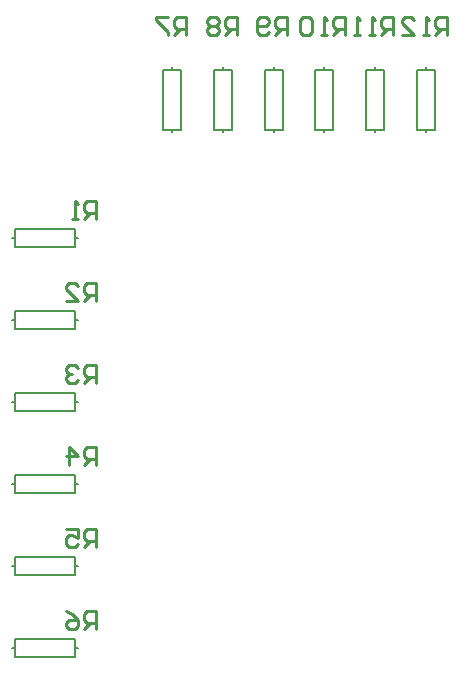
<source format=gbo>
G04 Layer_Color=32896*
%FSLAX44Y44*%
%MOMM*%
G71*
G01*
G75*
%ADD10C,0.2540*%
%ADD18C,0.2000*%
D10*
X762508Y932561D02*
Y947796D01*
X754891D01*
X752351Y945257D01*
Y940179D01*
X754891Y937639D01*
X762508D01*
X757430D02*
X752351Y932561D01*
X747273D02*
X742195D01*
X744734D01*
Y947796D01*
X747273Y945257D01*
X762508Y863219D02*
Y878454D01*
X754891D01*
X752351Y875915D01*
Y870836D01*
X754891Y868297D01*
X762508D01*
X757430D02*
X752351Y863219D01*
X737116D02*
X747273D01*
X737116Y873376D01*
Y875915D01*
X739655Y878454D01*
X744734D01*
X747273Y875915D01*
X762508Y793877D02*
Y809112D01*
X754891D01*
X752351Y806573D01*
Y801495D01*
X754891Y798955D01*
X762508D01*
X757430D02*
X752351Y793877D01*
X747273Y806573D02*
X744734Y809112D01*
X739655D01*
X737116Y806573D01*
Y804034D01*
X739655Y801495D01*
X742195D01*
X739655D01*
X737116Y798955D01*
Y796416D01*
X739655Y793877D01*
X744734D01*
X747273Y796416D01*
X762508Y724535D02*
Y739770D01*
X754891D01*
X752351Y737231D01*
Y732152D01*
X754891Y729613D01*
X762508D01*
X757430D02*
X752351Y724535D01*
X739655D02*
Y739770D01*
X747273Y732152D01*
X737116D01*
X762508Y655193D02*
Y670428D01*
X754891D01*
X752351Y667889D01*
Y662811D01*
X754891Y660271D01*
X762508D01*
X757430D02*
X752351Y655193D01*
X737116Y670428D02*
X747273D01*
Y662811D01*
X742195Y665350D01*
X739655D01*
X737116Y662811D01*
Y657732D01*
X739655Y655193D01*
X744734D01*
X747273Y657732D01*
X762508Y585851D02*
Y601086D01*
X754891D01*
X752351Y598547D01*
Y593469D01*
X754891Y590929D01*
X762508D01*
X757430D02*
X752351Y585851D01*
X737116Y601086D02*
X742195Y598547D01*
X747273Y593469D01*
Y588390D01*
X744734Y585851D01*
X739655D01*
X737116Y588390D01*
Y590929D01*
X739655Y593469D01*
X747273D01*
X838200Y1088390D02*
Y1103625D01*
X830583D01*
X828043Y1101086D01*
Y1096008D01*
X830583Y1093468D01*
X838200D01*
X833122D02*
X828043Y1088390D01*
X822965Y1103625D02*
X812808D01*
Y1101086D01*
X822965Y1090929D01*
Y1088390D01*
X881126D02*
Y1103625D01*
X873509D01*
X870969Y1101086D01*
Y1096008D01*
X873509Y1093468D01*
X881126D01*
X876048D02*
X870969Y1088390D01*
X865891Y1101086D02*
X863352Y1103625D01*
X858273D01*
X855734Y1101086D01*
Y1098547D01*
X858273Y1096008D01*
X855734Y1093468D01*
Y1090929D01*
X858273Y1088390D01*
X863352D01*
X865891Y1090929D01*
Y1093468D01*
X863352Y1096008D01*
X865891Y1098547D01*
Y1101086D01*
X863352Y1096008D02*
X858273D01*
X924052Y1088390D02*
Y1103625D01*
X916434D01*
X913895Y1101086D01*
Y1096008D01*
X916434Y1093468D01*
X924052D01*
X918974D02*
X913895Y1088390D01*
X908817Y1090929D02*
X906278Y1088390D01*
X901199D01*
X898660Y1090929D01*
Y1101086D01*
X901199Y1103625D01*
X906278D01*
X908817Y1101086D01*
Y1098547D01*
X906278Y1096008D01*
X898660D01*
X973328Y1088390D02*
Y1103625D01*
X965711D01*
X963171Y1101086D01*
Y1096008D01*
X965711Y1093468D01*
X973328D01*
X968250D02*
X963171Y1088390D01*
X958093D02*
X953015D01*
X955554D01*
Y1103625D01*
X958093Y1101086D01*
X945397D02*
X942858Y1103625D01*
X937779D01*
X935240Y1101086D01*
Y1090929D01*
X937779Y1088390D01*
X942858D01*
X945397Y1090929D01*
Y1101086D01*
X1013714Y1088390D02*
Y1103625D01*
X1006096D01*
X1003557Y1101086D01*
Y1096008D01*
X1006096Y1093468D01*
X1013714D01*
X1008636D02*
X1003557Y1088390D01*
X998479D02*
X993401D01*
X995940D01*
Y1103625D01*
X998479Y1101086D01*
X985783Y1088390D02*
X980705D01*
X983244D01*
Y1103625D01*
X985783Y1101086D01*
X1059180Y1088390D02*
Y1103625D01*
X1051562D01*
X1049023Y1101086D01*
Y1096008D01*
X1051562Y1093468D01*
X1059180D01*
X1054102D02*
X1049023Y1088390D01*
X1043945D02*
X1038867D01*
X1041406D01*
Y1103625D01*
X1043945Y1101086D01*
X1021092Y1088390D02*
X1031249D01*
X1021092Y1098547D01*
Y1101086D01*
X1023632Y1103625D01*
X1028710D01*
X1031249Y1101086D01*
D18*
X691134Y916305D02*
X693420D01*
X744220D02*
X746506D01*
X693420Y908685D02*
Y916305D01*
Y908685D02*
X744220D01*
Y923925D01*
X693420D02*
X744220D01*
X693420Y916305D02*
Y923925D01*
X691134Y846963D02*
X693420D01*
X744220D02*
X746506D01*
X693420Y839343D02*
Y846963D01*
Y839343D02*
X744220D01*
Y854583D01*
X693420D02*
X744220D01*
X693420Y846963D02*
Y854583D01*
X691134Y777621D02*
X693420D01*
X744220D02*
X746506D01*
X693420Y770001D02*
Y777621D01*
Y770001D02*
X744220D01*
Y785241D01*
X693420D02*
X744220D01*
X693420Y777621D02*
Y785241D01*
X691134Y708279D02*
X693420D01*
X744220D02*
X746506D01*
X693420Y700659D02*
Y708279D01*
Y700659D02*
X744220D01*
Y715899D01*
X693420D02*
X744220D01*
X693420Y708279D02*
Y715899D01*
X691134Y638937D02*
X693420D01*
X744220D02*
X746506D01*
X693420Y631317D02*
Y638937D01*
Y631317D02*
X744220D01*
Y646557D01*
X693420D02*
X744220D01*
X693420Y638937D02*
Y646557D01*
X691134Y569595D02*
X693420D01*
X744220D02*
X746506D01*
X693420Y561975D02*
Y569595D01*
Y561975D02*
X744220D01*
Y577215D01*
X693420D02*
X744220D01*
X693420Y569595D02*
Y577215D01*
X1041400Y1059180D02*
X1049020D01*
Y1008380D02*
Y1059180D01*
X1033780Y1008380D02*
X1049020D01*
X1033780D02*
Y1059180D01*
X1041400D01*
Y1006094D02*
Y1008380D01*
Y1059180D02*
Y1061466D01*
X998474Y1059180D02*
X1006094D01*
Y1008380D02*
Y1059180D01*
X990854Y1008380D02*
X1006094D01*
X990854D02*
Y1059180D01*
X998474D01*
Y1006094D02*
Y1008380D01*
Y1059180D02*
Y1061466D01*
X955548Y1059180D02*
X963168D01*
Y1008380D02*
Y1059180D01*
X947928Y1008380D02*
X963168D01*
X947928D02*
Y1059180D01*
X955548D01*
Y1006094D02*
Y1008380D01*
Y1059180D02*
Y1061466D01*
X912622Y1059180D02*
X920242D01*
Y1008380D02*
Y1059180D01*
X905002Y1008380D02*
X920242D01*
X905002D02*
Y1059180D01*
X912622D01*
Y1006094D02*
Y1008380D01*
Y1059180D02*
Y1061466D01*
X869696Y1059180D02*
X877316D01*
Y1008380D02*
Y1059180D01*
X862076Y1008380D02*
X877316D01*
X862076D02*
Y1059180D01*
X869696D01*
Y1006094D02*
Y1008380D01*
Y1059180D02*
Y1061466D01*
X826770Y1059180D02*
X834390D01*
Y1008380D02*
Y1059180D01*
X819150Y1008380D02*
X834390D01*
X819150D02*
Y1059180D01*
X826770D01*
Y1006094D02*
Y1008380D01*
Y1059180D02*
Y1061466D01*
M02*

</source>
